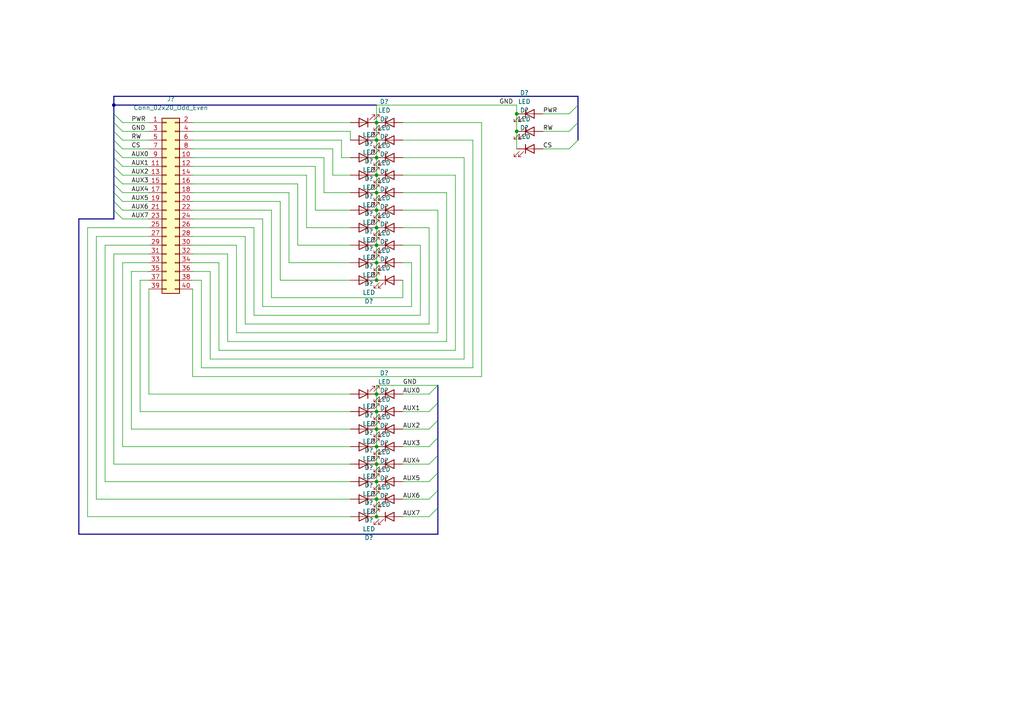
<source format=kicad_sch>
(kicad_sch (version 20211123) (generator eeschema)
  (paper "A4")
  (lib_symbols
    (symbol "Connector_Generic:Conn_02x20_Odd_Even" (pin_names (offset 1.016) hide)
      (property "Reference" "J" (at 1.27 25.4 0))
      (property "Value" "Conn_02x20_Odd_Even" (at 1.27 -27.94 0))
      (symbol "Conn_02x20_Odd_Even_1_1"
        (rectangle (start -1.27 -25.273) (end 0 -25.527) (stroke (width 0.1524)))
        (rectangle (start -1.27 -22.733) (end 0 -22.987) (stroke (width 0.1524)))
        (rectangle (start -1.27 -20.193) (end 0 -20.447) (stroke (width 0.1524)))
        (rectangle (start -1.27 -17.653) (end 0 -17.907) (stroke (width 0.1524)))
        (rectangle (start -1.27 -15.113) (end 0 -15.367) (stroke (width 0.1524)))
        (rectangle (start -1.27 -12.573) (end 0 -12.827) (stroke (width 0.1524)))
        (rectangle (start -1.27 -10.033) (end 0 -10.287) (stroke (width 0.1524)))
        (rectangle (start -1.27 -7.493) (end 0 -7.747) (stroke (width 0.1524)))
        (rectangle (start -1.27 -4.953) (end 0 -5.207) (stroke (width 0.1524)))
        (rectangle (start -1.27 -2.413) (end 0 -2.667) (stroke (width 0.1524)))
        (rectangle (start -1.27 0.127) (end 0 -0.127) (stroke (width 0.1524)))
        (rectangle (start -1.27 2.667) (end 0 2.413) (stroke (width 0.1524)))
        (rectangle (start -1.27 5.207) (end 0 4.953) (stroke (width 0.1524)))
        (rectangle (start -1.27 7.747) (end 0 7.493) (stroke (width 0.1524)))
        (rectangle (start -1.27 10.287) (end 0 10.033) (stroke (width 0.1524)))
        (rectangle (start -1.27 12.827) (end 0 12.573) (stroke (width 0.1524)))
        (rectangle (start -1.27 15.367) (end 0 15.113) (stroke (width 0.1524)))
        (rectangle (start -1.27 17.907) (end 0 17.653) (stroke (width 0.1524)))
        (rectangle (start -1.27 20.447) (end 0 20.193) (stroke (width 0.1524)))
        (rectangle (start -1.27 22.987) (end 0 22.733) (stroke (width 0.1524)))
        (rectangle (start -1.27 24.13) (end 3.81 -26.67) (stroke (width 0.254)) (fill (type background)))
        (rectangle (start 3.81 -25.273) (end 2.54 -25.527) (stroke (width 0.1524)))
        (rectangle (start 3.81 -22.733) (end 2.54 -22.987) (stroke (width 0.1524)))
        (rectangle (start 3.81 -20.193) (end 2.54 -20.447) (stroke (width 0.1524)))
        (rectangle (start 3.81 -17.653) (end 2.54 -17.907) (stroke (width 0.1524)))
        (rectangle (start 3.81 -15.113) (end 2.54 -15.367) (stroke (width 0.1524)))
        (rectangle (start 3.81 -12.573) (end 2.54 -12.827) (stroke (width 0.1524)))
        (rectangle (start 3.81 -10.033) (end 2.54 -10.287) (stroke (width 0.1524)))
        (rectangle (start 3.81 -7.493) (end 2.54 -7.747) (stroke (width 0.1524)))
        (rectangle (start 3.81 -4.953) (end 2.54 -5.207) (stroke (width 0.1524)))
        (rectangle (start 3.81 -2.413) (end 2.54 -2.667) (stroke (width 0.1524)))
        (rectangle (start 3.81 0.127) (end 2.54 -0.127) (stroke (width 0.1524)))
        (rectangle (start 3.81 2.667) (end 2.54 2.413) (stroke (width 0.1524)))
        (rectangle (start 3.81 5.207) (end 2.54 4.953) (stroke (width 0.1524)))
        (rectangle (start 3.81 7.747) (end 2.54 7.493) (stroke (width 0.1524)))
        (rectangle (start 3.81 10.287) (end 2.54 10.033) (stroke (width 0.1524)))
        (rectangle (start 3.81 12.827) (end 2.54 12.573) (stroke (width 0.1524)))
        (rectangle (start 3.81 15.367) (end 2.54 15.113) (stroke (width 0.1524)))
        (rectangle (start 3.81 17.907) (end 2.54 17.653) (stroke (width 0.1524)))
        (rectangle (start 3.81 20.447) (end 2.54 20.193) (stroke (width 0.1524)))
        (rectangle (start 3.81 22.987) (end 2.54 22.733) (stroke (width 0.1524)))
        (pin passive line (at -5.08 22.86 0) (length 3.81) (name "Pin_1") (number "1"))
        (pin passive line (at 7.62 12.7 180) (length 3.81) (name "Pin_10") (number "10"))
        (pin passive line (at -5.08 10.16 0) (length 3.81) (name "Pin_11") (number "11"))
        (pin passive line (at 7.62 10.16 180) (length 3.81) (name "Pin_12") (number "12"))
        (pin passive line (at -5.08 7.62 0) (length 3.81) (name "Pin_13") (number "13"))
        (pin passive line (at 7.62 7.62 180) (length 3.81) (name "Pin_14") (number "14"))
        (pin passive line (at -5.08 5.08 0) (length 3.81) (name "Pin_15") (number "15"))
        (pin passive line (at 7.62 5.08 180) (length 3.81) (name "Pin_16") (number "16"))
        (pin passive line (at -5.08 2.54 0) (length 3.81) (name "Pin_17") (number "17"))
        (pin passive line (at 7.62 2.54 180) (length 3.81) (name "Pin_18") (number "18"))
        (pin passive line (at -5.08 0 0) (length 3.81) (name "Pin_19") (number "19"))
        (pin passive line (at 7.62 22.86 180) (length 3.81) (name "Pin_2") (number "2"))
        (pin passive line (at 7.62 0 180) (length 3.81) (name "Pin_20") (number "20"))
        (pin passive line (at -5.08 -2.54 0) (length 3.81) (name "Pin_21") (number "21"))
        (pin passive line (at 7.62 -2.54 180) (length 3.81) (name "Pin_22") (number "22"))
        (pin passive line (at -5.08 -5.08 0) (length 3.81) (name "Pin_23") (number "23"))
        (pin passive line (at 7.62 -5.08 180) (length 3.81) (name "Pin_24") (number "24"))
        (pin passive line (at -5.08 -7.62 0) (length 3.81) (name "Pin_25") (number "25"))
        (pin passive line (at 7.62 -7.62 180) (length 3.81) (name "Pin_26") (number "26"))
        (pin passive line (at -5.08 -10.16 0) (length 3.81) (name "Pin_27") (number "27"))
        (pin passive line (at 7.62 -10.16 180) (length 3.81) (name "Pin_28") (number "28"))
        (pin passive line (at -5.08 -12.7 0) (length 3.81) (name "Pin_29") (number "29"))
        (pin passive line (at -5.08 20.32 0) (length 3.81) (name "Pin_3") (number "3"))
        (pin passive line (at 7.62 -12.7 180) (length 3.81) (name "Pin_30") (number "30"))
        (pin passive line (at -5.08 -15.24 0) (length 3.81) (name "Pin_31") (number "31"))
        (pin passive line (at 7.62 -15.24 180) (length 3.81) (name "Pin_32") (number "32"))
        (pin passive line (at -5.08 -17.78 0) (length 3.81) (name "Pin_33") (number "33"))
        (pin passive line (at 7.62 -17.78 180) (length 3.81) (name "Pin_34") (number "34"))
        (pin passive line (at -5.08 -20.32 0) (length 3.81) (name "Pin_35") (number "35"))
        (pin passive line (at 7.62 -20.32 180) (length 3.81) (name "Pin_36") (number "36"))
        (pin passive line (at -5.08 -22.86 0) (length 3.81) (name "Pin_37") (number "37"))
        (pin passive line (at 7.62 -22.86 180) (length 3.81) (name "Pin_38") (number "38"))
        (pin passive line (at -5.08 -25.4 0) (length 3.81) (name "Pin_39") (number "39"))
        (pin passive line (at 7.62 20.32 180) (length 3.81) (name "Pin_4") (number "4"))
        (pin passive line (at 7.62 -25.4 180) (length 3.81) (name "Pin_40") (number "40"))
        (pin passive line (at -5.08 17.78 0) (length 3.81) (name "Pin_5") (number "5"))
        (pin passive line (at 7.62 17.78 180) (length 3.81) (name "Pin_6") (number "6"))
        (pin passive line (at -5.08 15.24 0) (length 3.81) (name "Pin_7") (number "7"))
        (pin passive line (at 7.62 15.24 180) (length 3.81) (name "Pin_8") (number "8"))
        (pin passive line (at -5.08 12.7 0) (length 3.81) (name "Pin_9") (number "9"))
      )
    )
    (symbol "Device:LED" (pin_numbers hide) (pin_names (offset 1.016) hide)
      (property "Reference" "D" (at 0 2.54 0))
      (property "Value" "LED" (at 0 -2.54 0))
      (symbol "LED_0_1"
        (polyline (pts (xy -1.27 -1.27) (xy -1.27 1.27)) (stroke (width 0.254)))
        (polyline (pts (xy -1.27 0) (xy 1.27 0)))
        (polyline (pts (xy 1.27 -1.27) (xy 1.27 1.27) (xy -1.27 0) (xy 1.27 -1.27)) (stroke (width 0.254)))
        (polyline (pts (xy -3.048 -0.762) (xy -4.572 -2.286) (xy -3.81 -2.286) (xy -4.572 -2.286) (xy -4.572 -1.524)))
        (polyline (pts (xy -1.778 -0.762) (xy -3.302 -2.286) (xy -2.54 -2.286) (xy -3.302 -2.286) (xy -3.302 -1.524)))
      )
      (symbol "LED_1_1"
        (pin passive line (at -3.81 0 0) (length 2.54) (name "K") (number "1"))
        (pin passive line (at 3.81 0 180) (length 2.54) (name "A") (number "2"))
      )
    )
  )
  (junction (at 109.22 124.46))
  (junction (at 109.22 66.04))
  (junction (at 149.86 38.1))
  (junction (at 109.22 81.28))
  (junction (at 109.22 60.96))
  (junction (at 109.22 45.72))
  (junction (at 109.22 55.88))
  (junction (at 109.22 76.2))
  (junction (at 109.22 114.3))
  (junction (at 149.86 33.02))
  (junction (at 109.22 144.78))
  (junction (at 109.22 71.12))
  (junction (at 109.22 35.56))
  (junction (at 109.22 149.86))
  (junction (at 109.22 40.64))
  (junction (at 109.22 134.62))
  (junction (at 109.22 50.8))
  (junction (at 109.22 129.54))
  (junction (at 33.02 30.48))
  (junction (at 109.22 139.7))
  (junction (at 109.22 119.38))
  (bus_entry (at 33.02 38.1) (size 2.54 2.54))
  (bus_entry (at 33.02 40.64) (size 2.54 2.54))
  (bus_entry (at 33.02 43.18) (size 2.54 2.54))
  (bus_entry (at 33.02 45.72) (size 2.54 2.54))
  (bus_entry (at 33.02 53.34) (size 2.54 2.54))
  (bus_entry (at 33.02 33.02) (size 2.54 2.54))
  (bus_entry (at 33.02 35.56) (size 2.54 2.54))
  (bus_entry (at 33.02 60.96) (size 2.54 2.54))
  (bus_entry (at 33.02 48.26) (size 2.54 2.54))
  (bus_entry (at 33.02 50.8) (size 2.54 2.54))
  (bus_entry (at 165.1 33.02) (size 2.54 -2.54))
  (bus_entry (at 165.1 38.1) (size 2.54 -2.54))
  (bus_entry (at 165.1 43.18) (size 2.54 -2.54))
  (bus_entry (at 33.02 58.42) (size 2.54 2.54))
  (bus_entry (at 124.46 114.3) (size 2.54 -2.54))
  (bus_entry (at 124.46 119.38) (size 2.54 -2.54))
  (bus_entry (at 124.46 134.62) (size 2.54 -2.54))
  (bus_entry (at 124.46 139.7) (size 2.54 -2.54))
  (bus_entry (at 124.46 144.78) (size 2.54 -2.54))
  (bus_entry (at 124.46 149.86) (size 2.54 -2.54))
  (bus_entry (at 124.46 124.46) (size 2.54 -2.54))
  (bus_entry (at 124.46 129.54) (size 2.54 -2.54))
  (bus_entry (at 33.02 55.88) (size 2.54 2.54))
  (wire (pts (xy 99.06 40.64) (xy 55.88 40.64)))
  (wire (pts (xy 93.98 55.88) (xy 101.6 55.88)))
  (wire (pts (xy 124.46 93.98) (xy 71.12 93.98)))
  (wire (pts (xy 109.22 55.88) (xy 109.22 50.8)))
  (wire (pts (xy 101.6 149.86) (xy 25.4 149.86)))
  (wire (pts (xy 76.2 63.5) (xy 55.88 63.5)))
  (wire (pts (xy 109.22 35.56) (xy 109.22 30.48)))
  (wire (pts (xy 134.62 45.72) (xy 134.62 104.14)))
  (wire (pts (xy 35.56 60.96) (xy 43.18 60.96)))
  (wire (pts (xy 86.36 53.34) (xy 55.88 53.34)))
  (wire (pts (xy 55.88 35.56) (xy 101.6 35.56)))
  (wire (pts (xy 35.56 50.8) (xy 43.18 50.8)))
  (bus (pts (xy 167.64 27.94) (xy 33.02 27.94)))
  (wire (pts (xy 35.56 38.1) (xy 43.18 38.1)))
  (wire (pts (xy 109.22 129.54) (xy 109.22 124.46)))
  (wire (pts (xy 83.82 55.88) (xy 83.82 76.2)))
  (wire (pts (xy 76.2 88.9) (xy 76.2 63.5)))
  (wire (pts (xy 33.02 73.66) (xy 43.18 73.66)))
  (wire (pts (xy 78.74 60.96) (xy 78.74 86.36)))
  (wire (pts (xy 101.6 139.7) (xy 30.48 139.7)))
  (wire (pts (xy 101.6 38.1) (xy 55.88 38.1)))
  (wire (pts (xy 149.86 38.1) (xy 149.86 43.18)))
  (wire (pts (xy 127 96.52) (xy 127 60.96)))
  (bus (pts (xy 33.02 43.18) (xy 33.02 45.72)))
  (wire (pts (xy 38.1 124.46) (xy 38.1 78.74)))
  (bus (pts (xy 33.02 60.96) (xy 33.02 63.5)))
  (wire (pts (xy 109.22 66.04) (xy 109.22 60.96)))
  (wire (pts (xy 25.4 66.04) (xy 43.18 66.04)))
  (bus (pts (xy 22.86 154.94) (xy 127 154.94)))
  (wire (pts (xy 157.48 43.18) (xy 165.1 43.18)))
  (wire (pts (xy 86.36 71.12) (xy 86.36 53.34)))
  (wire (pts (xy 38.1 78.74) (xy 43.18 78.74)))
  (wire (pts (xy 35.56 35.56) (xy 43.18 35.56)))
  (bus (pts (xy 33.02 55.88) (xy 33.02 58.42)))
  (wire (pts (xy 63.5 101.6) (xy 132.08 101.6)))
  (wire (pts (xy 116.84 134.62) (xy 124.46 134.62)))
  (wire (pts (xy 121.92 71.12) (xy 116.84 71.12)))
  (wire (pts (xy 55.88 76.2) (xy 63.5 76.2)))
  (bus (pts (xy 167.64 40.64) (xy 167.64 35.56)))
  (wire (pts (xy 101.6 144.78) (xy 27.94 144.78)))
  (bus (pts (xy 167.64 30.48) (xy 167.64 27.94)))
  (wire (pts (xy 73.66 66.04) (xy 73.66 91.44)))
  (bus (pts (xy 33.02 33.02) (xy 33.02 35.56)))
  (wire (pts (xy 35.56 58.42) (xy 43.18 58.42)))
  (wire (pts (xy 55.88 45.72) (xy 93.98 45.72)))
  (wire (pts (xy 116.84 114.3) (xy 124.46 114.3)))
  (bus (pts (xy 127 142.24) (xy 127 147.32)))
  (wire (pts (xy 81.28 58.42) (xy 55.88 58.42)))
  (wire (pts (xy 33.02 134.62) (xy 33.02 73.66)))
  (wire (pts (xy 116.84 76.2) (xy 119.38 76.2)))
  (bus (pts (xy 127 116.84) (xy 127 121.92)))
  (wire (pts (xy 27.94 144.78) (xy 27.94 68.58)))
  (wire (pts (xy 35.56 55.88) (xy 43.18 55.88)))
  (wire (pts (xy 119.38 88.9) (xy 76.2 88.9)))
  (wire (pts (xy 71.12 68.58) (xy 55.88 68.58)))
  (wire (pts (xy 101.6 50.8) (xy 96.52 50.8)))
  (wire (pts (xy 63.5 76.2) (xy 63.5 101.6)))
  (wire (pts (xy 99.06 45.72) (xy 99.06 40.64)))
  (wire (pts (xy 139.7 35.56) (xy 139.7 109.22)))
  (wire (pts (xy 35.56 45.72) (xy 43.18 45.72)))
  (wire (pts (xy 101.6 40.64) (xy 101.6 38.1)))
  (wire (pts (xy 35.56 129.54) (xy 35.56 76.2)))
  (wire (pts (xy 35.56 40.64) (xy 43.18 40.64)))
  (wire (pts (xy 109.22 71.12) (xy 109.22 66.04)))
  (wire (pts (xy 55.88 50.8) (xy 88.9 50.8)))
  (wire (pts (xy 134.62 104.14) (xy 60.96 104.14)))
  (wire (pts (xy 35.56 43.18) (xy 43.18 43.18)))
  (wire (pts (xy 101.6 119.38) (xy 40.64 119.38)))
  (wire (pts (xy 101.6 71.12) (xy 86.36 71.12)))
  (wire (pts (xy 137.16 40.64) (xy 116.84 40.64)))
  (wire (pts (xy 116.84 129.54) (xy 124.46 129.54)))
  (wire (pts (xy 66.04 99.06) (xy 129.54 99.06)))
  (bus (pts (xy 33.02 40.64) (xy 33.02 43.18)))
  (wire (pts (xy 58.42 81.28) (xy 58.42 106.68)))
  (wire (pts (xy 132.08 50.8) (xy 116.84 50.8)))
  (wire (pts (xy 116.84 139.7) (xy 124.46 139.7)))
  (wire (pts (xy 30.48 71.12) (xy 43.18 71.12)))
  (wire (pts (xy 96.52 50.8) (xy 96.52 43.18)))
  (bus (pts (xy 127 121.92) (xy 127 127)))
  (bus (pts (xy 127 137.16) (xy 127 142.24)))
  (wire (pts (xy 93.98 45.72) (xy 93.98 55.88)))
  (wire (pts (xy 81.28 81.28) (xy 81.28 58.42)))
  (wire (pts (xy 101.6 60.96) (xy 91.44 60.96)))
  (wire (pts (xy 71.12 93.98) (xy 71.12 68.58)))
  (wire (pts (xy 101.6 81.28) (xy 81.28 81.28)))
  (wire (pts (xy 91.44 60.96) (xy 91.44 48.26)))
  (wire (pts (xy 88.9 66.04) (xy 101.6 66.04)))
  (bus (pts (xy 33.02 30.48) (xy 33.02 33.02)))
  (wire (pts (xy 116.84 35.56) (xy 139.7 35.56)))
  (wire (pts (xy 66.04 73.66) (xy 66.04 99.06)))
  (wire (pts (xy 121.92 91.44) (xy 121.92 71.12)))
  (bus (pts (xy 33.02 48.26) (xy 33.02 50.8)))
  (wire (pts (xy 109.22 30.48) (xy 149.86 30.48)))
  (wire (pts (xy 157.48 38.1) (xy 165.1 38.1)))
  (wire (pts (xy 109.22 76.2) (xy 109.22 71.12)))
  (wire (pts (xy 109.22 45.72) (xy 109.22 40.64)))
  (wire (pts (xy 88.9 50.8) (xy 88.9 66.04)))
  (wire (pts (xy 58.42 106.68) (xy 137.16 106.68)))
  (wire (pts (xy 109.22 50.8) (xy 109.22 45.72)))
  (wire (pts (xy 96.52 43.18) (xy 55.88 43.18)))
  (wire (pts (xy 139.7 109.22) (xy 55.88 109.22)))
  (wire (pts (xy 116.84 149.86) (xy 124.46 149.86)))
  (wire (pts (xy 132.08 101.6) (xy 132.08 50.8)))
  (wire (pts (xy 157.48 33.02) (xy 165.1 33.02)))
  (wire (pts (xy 109.22 111.76) (xy 127 111.76)))
  (wire (pts (xy 30.48 139.7) (xy 30.48 71.12)))
  (wire (pts (xy 55.88 81.28) (xy 58.42 81.28)))
  (wire (pts (xy 109.22 144.78) (xy 109.22 139.7)))
  (wire (pts (xy 109.22 124.46) (xy 109.22 119.38)))
  (wire (pts (xy 116.84 144.78) (xy 124.46 144.78)))
  (wire (pts (xy 116.84 86.36) (xy 116.84 81.28)))
  (bus (pts (xy 127 147.32) (xy 127 154.94)))
  (wire (pts (xy 35.56 63.5) (xy 43.18 63.5)))
  (wire (pts (xy 101.6 129.54) (xy 35.56 129.54)))
  (wire (pts (xy 101.6 134.62) (xy 33.02 134.62)))
  (wire (pts (xy 55.88 109.22) (xy 55.88 83.82)))
  (bus (pts (xy 109.22 30.48) (xy 33.02 30.48)))
  (wire (pts (xy 129.54 99.06) (xy 129.54 55.88)))
  (wire (pts (xy 109.22 40.64) (xy 109.22 35.56)))
  (wire (pts (xy 43.18 114.3) (xy 43.18 83.82)))
  (wire (pts (xy 83.82 76.2) (xy 101.6 76.2)))
  (wire (pts (xy 40.64 119.38) (xy 40.64 81.28)))
  (wire (pts (xy 101.6 45.72) (xy 99.06 45.72)))
  (bus (pts (xy 127 111.76) (xy 127 116.84)))
  (bus (pts (xy 33.02 53.34) (xy 33.02 55.88)))
  (bus (pts (xy 127 127) (xy 127 132.08)))
  (wire (pts (xy 149.86 33.02) (xy 149.86 38.1)))
  (wire (pts (xy 35.56 48.26) (xy 43.18 48.26)))
  (wire (pts (xy 109.22 114.3) (xy 109.22 111.76)))
  (bus (pts (xy 127 132.08) (xy 127 137.16)))
  (wire (pts (xy 25.4 149.86) (xy 25.4 66.04)))
  (wire (pts (xy 101.6 124.46) (xy 38.1 124.46)))
  (wire (pts (xy 129.54 55.88) (xy 116.84 55.88)))
  (bus (pts (xy 33.02 27.94) (xy 33.02 30.48)))
  (bus (pts (xy 33.02 50.8) (xy 33.02 53.34)))
  (wire (pts (xy 116.84 119.38) (xy 124.46 119.38)))
  (wire (pts (xy 40.64 81.28) (xy 43.18 81.28)))
  (wire (pts (xy 116.84 124.46) (xy 124.46 124.46)))
  (wire (pts (xy 60.96 78.74) (xy 55.88 78.74)))
  (wire (pts (xy 55.88 55.88) (xy 83.82 55.88)))
  (wire (pts (xy 60.96 104.14) (xy 60.96 78.74)))
  (wire (pts (xy 35.56 76.2) (xy 43.18 76.2)))
  (wire (pts (xy 68.58 71.12) (xy 68.58 96.52)))
  (wire (pts (xy 116.84 45.72) (xy 134.62 45.72)))
  (bus (pts (xy 33.02 58.42) (xy 33.02 60.96)))
  (bus (pts (xy 167.64 35.56) (xy 167.64 30.48)))
  (wire (pts (xy 68.58 96.52) (xy 127 96.52)))
  (wire (pts (xy 119.38 76.2) (xy 119.38 88.9)))
  (bus (pts (xy 22.86 63.5) (xy 22.86 154.94)))
  (wire (pts (xy 127 60.96) (xy 116.84 60.96)))
  (wire (pts (xy 109.22 134.62) (xy 109.22 129.54)))
  (bus (pts (xy 33.02 35.56) (xy 33.02 38.1)))
  (bus (pts (xy 33.02 63.5) (xy 22.86 63.5)))
  (wire (pts (xy 35.56 53.34) (xy 43.18 53.34)))
  (wire (pts (xy 55.88 60.96) (xy 78.74 60.96)))
  (wire (pts (xy 109.22 149.86) (xy 109.22 144.78)))
  (wire (pts (xy 27.94 68.58) (xy 43.18 68.58)))
  (wire (pts (xy 109.22 119.38) (xy 109.22 114.3)))
  (wire (pts (xy 109.22 81.28) (xy 109.22 76.2)))
  (wire (pts (xy 55.88 66.04) (xy 73.66 66.04)))
  (wire (pts (xy 116.84 66.04) (xy 124.46 66.04)))
  (wire (pts (xy 137.16 106.68) (xy 137.16 40.64)))
  (wire (pts (xy 101.6 114.3) (xy 43.18 114.3)))
  (wire (pts (xy 73.66 91.44) (xy 121.92 91.44)))
  (wire (pts (xy 109.22 60.96) (xy 109.22 55.88)))
  (bus (pts (xy 33.02 45.72) (xy 33.02 48.26)))
  (wire (pts (xy 55.88 73.66) (xy 66.04 73.66)))
  (wire (pts (xy 124.46 66.04) (xy 124.46 93.98)))
  (wire (pts (xy 55.88 71.12) (xy 68.58 71.12)))
  (wire (pts (xy 149.86 30.48) (xy 149.86 33.02)))
  (wire (pts (xy 91.44 48.26) (xy 55.88 48.26)))
  (bus (pts (xy 33.02 38.1) (xy 33.02 40.64)))
  (wire (pts (xy 109.22 139.7) (xy 109.22 134.62)))
  (wire (pts (xy 78.74 86.36) (xy 116.84 86.36)))
  (label "AUX4" (at 38.1 55.88 0))
  (label "AUX3" (at 38.1 53.34 0))
  (label "AUX5" (at 116.84 139.7 0))
  (label "AUX2" (at 38.1 50.8 0))
  (label "AUX1" (at 116.84 119.38 0))
  (label "AUX5" (at 38.1 58.42 0))
  (label "CS" (at 38.1 43.18 0))
  (label "CS" (at 157.48 43.18 0))
  (label "RW" (at 38.1 40.64 0))
  (label "PWR" (at 157.48 33.02 0))
  (label "AUX3" (at 116.84 129.54 0))
  (label "AUX2" (at 116.84 124.46 0))
  (label "AUX1" (at 38.1 48.26 0))
  (label "AUX6" (at 116.84 144.78 0))
  (label "GND" (at 116.84 111.76 0))
  (label "RW" (at 157.48 38.1 0))
  (label "AUX0" (at 116.84 114.3 0))
  (label "GND" (at 144.78 30.48 0))
  (label "GND" (at 38.1 38.1 0))
  (label "AUX7" (at 38.1 63.5 0))
  (label "PWR" (at 38.1 35.56 0))
  (label "AUX0" (at 38.1 45.72 0))
  (label "AUX7" (at 116.84 149.86 0))
  (label "AUX6" (at 38.1 60.96 0))
  (label "AUX4" (at 116.84 134.62 0))
  (symbol (lib_id "Device:LED") (at 113.03 119.38 0) (unit 1)
    (property "Reference" "D?" (at 111.4425 113.284 0))
    (property "Value" "LED" (at 111.4425 115.824 0))
  )
  (symbol (lib_id "Device:LED") (at 105.41 45.72 180) (unit 1)
    (property "Reference" "D?" (at 106.9975 51.816 0))
    (property "Value" "LED" (at 106.9975 49.276 0))
  )
  (symbol (lib_id "Device:LED") (at 153.67 43.18 0) (unit 1)
    (property "Reference" "D?" (at 152.0825 37.084 0))
    (property "Value" "LED" (at 152.0825 39.624 0))
  )
  (symbol (lib_id "Device:LED") (at 113.03 35.56 0) (unit 1)
    (property "Reference" "D?" (at 111.4425 29.464 0))
    (property "Value" "LED" (at 111.4425 32.004 0))
  )
  (symbol (lib_id "Device:LED") (at 105.41 129.54 180) (unit 1)
    (property "Reference" "D?" (at 106.9975 135.636 0))
    (property "Value" "LED" (at 106.9975 133.096 0))
  )
  (symbol (lib_id "Device:LED") (at 105.41 149.86 180) (unit 1)
    (property "Reference" "D?" (at 106.9975 155.956 0))
    (property "Value" "LED" (at 106.9975 153.416 0))
  )
  (symbol (lib_id "Device:LED") (at 113.03 81.28 0) (unit 1)
    (property "Reference" "D?" (at 111.4425 75.184 0))
    (property "Value" "LED" (at 111.4425 77.724 0))
  )
  (symbol (lib_id "Device:LED") (at 113.03 124.46 0) (unit 1)
    (property "Reference" "D?" (at 111.4425 118.364 0))
    (property "Value" "LED" (at 111.4425 120.904 0))
  )
  (symbol (lib_id "Device:LED") (at 113.03 114.3 0) (unit 1)
    (property "Reference" "D?" (at 111.4425 108.204 0))
    (property "Value" "LED" (at 111.4425 110.744 0))
  )
  (symbol (lib_id "Device:LED") (at 153.67 38.1 0) (unit 1)
    (property "Reference" "D?" (at 152.0825 32.004 0))
    (property "Value" "LED" (at 152.0825 34.544 0))
  )
  (symbol (lib_id "Device:LED") (at 113.03 40.64 0) (unit 1)
    (property "Reference" "D?" (at 111.4425 34.544 0))
    (property "Value" "LED" (at 111.4425 37.084 0))
  )
  (symbol (lib_id "Device:LED") (at 105.41 114.3 180) (unit 1)
    (property "Reference" "D?" (at 106.9975 120.396 0))
    (property "Value" "LED" (at 106.9975 117.856 0))
  )
  (symbol (lib_id "Device:LED") (at 113.03 149.86 0) (unit 1)
    (property "Reference" "D?" (at 111.4425 143.764 0))
    (property "Value" "LED" (at 111.4425 146.304 0))
  )
  (symbol (lib_id "Device:LED") (at 105.41 66.04 180) (unit 1)
    (property "Reference" "D?" (at 106.9975 72.136 0))
    (property "Value" "LED" (at 106.9975 69.596 0))
  )
  (symbol (lib_id "Device:LED") (at 113.03 71.12 0) (unit 1)
    (property "Reference" "D?" (at 111.4425 65.024 0))
    (property "Value" "LED" (at 111.4425 67.564 0))
  )
  (symbol (lib_id "Device:LED") (at 105.41 81.28 180) (unit 1)
    (property "Reference" "D?" (at 106.9975 87.376 0))
    (property "Value" "LED" (at 106.9975 84.836 0))
  )
  (symbol (lib_id "Device:LED") (at 105.41 71.12 180) (unit 1)
    (property "Reference" "D?" (at 106.9975 77.216 0))
    (property "Value" "LED" (at 106.9975 74.676 0))
  )
  (symbol (lib_id "Device:LED") (at 105.41 35.56 180) (unit 1)
    (property "Reference" "D?" (at 106.9975 41.656 0))
    (property "Value" "LED" (at 106.9975 39.116 0))
  )
  (symbol (lib_id "Device:LED") (at 113.03 134.62 0) (unit 1)
    (property "Reference" "D?" (at 111.4425 128.524 0))
    (property "Value" "LED" (at 111.4425 131.064 0))
  )
  (symbol (lib_id "Device:LED") (at 153.67 33.02 0) (unit 1)
    (property "Reference" "D?" (at 152.0825 26.924 0))
    (property "Value" "LED" (at 152.0825 29.464 0))
  )
  (symbol (lib_id "Device:LED") (at 113.03 45.72 0) (unit 1)
    (property "Reference" "D?" (at 111.4425 39.624 0))
    (property "Value" "LED" (at 111.4425 42.164 0))
  )
  (symbol (lib_id "Device:LED") (at 113.03 76.2 0) (unit 1)
    (property "Reference" "D?" (at 111.4425 70.104 0))
    (property "Value" "LED" (at 111.4425 72.644 0))
  )
  (symbol (lib_id "Device:LED") (at 105.41 134.62 180) (unit 1)
    (property "Reference" "D?" (at 106.9975 140.716 0))
    (property "Value" "LED" (at 106.9975 138.176 0))
  )
  (symbol (lib_id "Device:LED") (at 113.03 55.88 0) (unit 1)
    (property "Reference" "D?" (at 111.4425 49.784 0))
    (property "Value" "LED" (at 111.4425 52.324 0))
  )
  (symbol (lib_id "Device:LED") (at 105.41 139.7 180) (unit 1)
    (property "Reference" "D?" (at 106.9975 145.796 0))
    (property "Value" "LED" (at 106.9975 143.256 0))
  )
  (symbol (lib_id "Device:LED") (at 105.41 76.2 180) (unit 1)
    (property "Reference" "D?" (at 106.9975 82.296 0))
    (property "Value" "LED" (at 106.9975 79.756 0))
  )
  (symbol (lib_id "Device:LED") (at 105.41 144.78 180) (unit 1)
    (property "Reference" "D?" (at 106.9975 150.876 0))
    (property "Value" "LED" (at 106.9975 148.336 0))
  )
  (symbol (lib_id "Device:LED") (at 113.03 66.04 0) (unit 1)
    (property "Reference" "D?" (at 111.4425 59.944 0))
    (property "Value" "LED" (at 111.4425 62.484 0))
  )
  (symbol (lib_id "Device:LED") (at 105.41 40.64 180) (unit 1)
    (property "Reference" "D?" (at 106.9975 46.736 0))
    (property "Value" "LED" (at 106.9975 44.196 0))
  )
  (symbol (lib_id "Device:LED") (at 105.41 119.38 180) (unit 1)
    (property "Reference" "D?" (at 106.9975 125.476 0))
    (property "Value" "LED" (at 106.9975 122.936 0))
  )
  (symbol (lib_id "Device:LED") (at 113.03 129.54 0) (unit 1)
    (property "Reference" "D?" (at 111.4425 123.444 0))
    (property "Value" "LED" (at 111.4425 125.984 0))
  )
  (symbol (lib_id "Device:LED") (at 113.03 60.96 0) (unit 1)
    (property "Reference" "D?" (at 111.4425 54.864 0))
    (property "Value" "LED" (at 111.4425 57.404 0))
  )
  (symbol (lib_id "Device:LED") (at 113.03 144.78 0) (unit 1)
    (property "Reference" "D?" (at 111.4425 138.684 0))
    (property "Value" "LED" (at 111.4425 141.224 0))
  )
  (symbol (lib_id "Device:LED") (at 113.03 50.8 0) (unit 1)
    (property "Reference" "D?" (at 111.4425 44.704 0))
    (property "Value" "LED" (at 111.4425 47.244 0))
  )
  (symbol (lib_id "Connector_Generic:Conn_02x20_Odd_Even") (at 48.26 58.42 0) (unit 1)
    (property "Reference" "J?" (at 49.53 28.702 0))
    (property "Value" "Conn_02x20_Odd_Even" (at 49.53 31.242 0))
  )
  (symbol (lib_id "Device:LED") (at 105.41 60.96 180) (unit 1)
    (property "Reference" "D?" (at 106.9975 67.056 0))
    (property "Value" "LED" (at 106.9975 64.516 0))
  )
  (symbol (lib_id "Device:LED") (at 105.41 55.88 180) (unit 1)
    (property "Reference" "D?" (at 106.9975 61.976 0))
    (property "Value" "LED" (at 106.9975 59.436 0))
  )
  (symbol (lib_id "Device:LED") (at 113.03 139.7 0) (unit 1)
    (property "Reference" "D?" (at 111.4425 133.604 0))
    (property "Value" "LED" (at 111.4425 136.144 0))
  )
  (symbol (lib_id "Device:LED") (at 105.41 50.8 180) (unit 1)
    (property "Reference" "D?" (at 106.9975 56.896 0))
    (property "Value" "LED" (at 106.9975 54.356 0))
  )
  (symbol (lib_id "Device:LED") (at 105.41 124.46 180) (unit 1)
    (property "Reference" "D?" (at 106.9975 130.556 0))
    (property "Value" "LED" (at 106.9975 128.016 0))
  )
)
</source>
